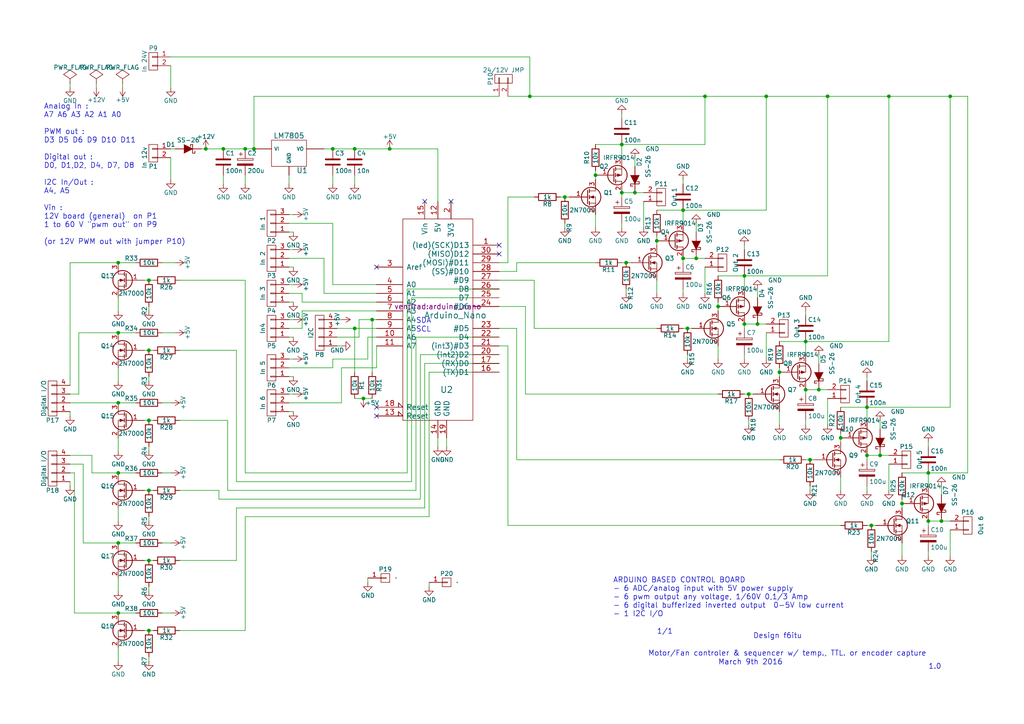
<source format=kicad_sch>
(kicad_sch (version 20230121) (generator eeschema)
  (paper "A4")
  (junction (at 255.27 132.08))
  (junction (at 184.15 55.88))
  (junction (at 43.18 142.24))
  (junction (at 163.83 57.15))
  (junction (at 198.12 60.96))
  (junction (at 204.47 27.94))
  (junction (at 237.49 113.03))
  (junction (at 105.41 115.57))
  (junction (at 215.9 80.01))
  (junction (at 190.5 69.85))
  (junction (at 71.12 43.18))
  (junction (at 217.17 114.3))
  (junction (at 34.29 96.52))
  (junction (at 34.29 116.84))
  (junction (at 252.73 152.4))
  (junction (at 233.68 99.06))
  (junction (at 96.52 43.18))
  (junction (at 34.29 76.2))
  (junction (at 34.29 177.8))
  (junction (at 181.61 76.2))
  (junction (at 240.03 27.94))
  (junction (at 153.67 27.94))
  (junction (at 198.12 74.93))
  (junction (at 275.59 27.94))
  (junction (at 113.03 43.18))
  (junction (at 34.29 157.48))
  (junction (at 172.72 50.8))
  (junction (at 102.87 95.25))
  (junction (at 43.18 101.6))
  (junction (at 251.46 132.08))
  (junction (at 222.25 27.94))
  (junction (at 201.93 74.93))
  (junction (at 43.18 182.88))
  (junction (at 269.24 137.16))
  (junction (at 261.62 146.05))
  (junction (at 219.71 93.98))
  (junction (at 208.28 88.9))
  (junction (at 273.05 151.13))
  (junction (at 180.34 55.88))
  (junction (at 257.81 27.94))
  (junction (at 43.18 162.56))
  (junction (at 107.95 92.71))
  (junction (at 234.95 133.35))
  (junction (at 269.24 151.13))
  (junction (at 64.77 43.18))
  (junction (at 215.9 93.98))
  (junction (at 233.68 113.03))
  (junction (at 34.29 137.16))
  (junction (at 43.18 121.92))
  (junction (at 43.18 81.28))
  (junction (at 199.39 95.25))
  (junction (at 243.84 127))
  (junction (at 251.46 118.11))
  (junction (at 73.66 43.18))
  (junction (at 226.06 107.95))
  (junction (at 102.87 43.18))
  (junction (at 59.69 43.18))
  (junction (at 180.34 41.91))
  (no_connect (at 109.22 77.47))
  (no_connect (at 123.19 58.42))
  (no_connect (at 144.78 73.66))
  (no_connect (at 109.22 120.65))
  (no_connect (at 130.81 58.42))
  (no_connect (at 109.22 118.11))
  (no_connect (at 144.78 71.12))
  (wire (pts (xy 68.58 101.6) (xy 68.58 139.7)))
  (wire (pts (xy 149.86 76.2) (xy 172.72 76.2)))
  (wire (pts (xy 147.32 76.2) (xy 147.32 57.15)))
  (wire (pts (xy 68.58 147.32) (xy 68.58 162.56)))
  (wire (pts (xy 64.77 43.18) (xy 59.69 43.18)))
  (wire (pts (xy 222.25 27.94) (xy 240.03 27.94)))
  (wire (pts (xy 208.28 88.9) (xy 208.28 90.17)))
  (wire (pts (xy 97.79 95.25) (xy 102.87 95.25)))
  (wire (pts (xy 21.59 177.8) (xy 34.29 177.8)))
  (wire (pts (xy 226.06 106.68) (xy 226.06 107.95)))
  (wire (pts (xy 83.82 67.31) (xy 85.09 67.31)))
  (wire (pts (xy 261.62 157.48) (xy 261.62 161.29)))
  (wire (pts (xy 34.29 86.36) (xy 34.29 90.17)))
  (wire (pts (xy 20.32 139.7) (xy 20.32 140.97)))
  (wire (pts (xy 273.05 151.13) (xy 275.59 151.13)))
  (wire (pts (xy 43.18 109.22) (xy 43.18 110.49)))
  (wire (pts (xy 269.24 137.16) (xy 269.24 140.97)))
  (wire (pts (xy 201.93 64.77) (xy 201.93 67.31)))
  (wire (pts (xy 261.62 144.78) (xy 261.62 146.05)))
  (wire (pts (xy 22.86 114.3) (xy 20.32 114.3)))
  (wire (pts (xy 43.18 182.88) (xy 41.91 182.88)))
  (wire (pts (xy 44.45 81.28) (xy 43.18 81.28)))
  (wire (pts (xy 275.59 27.94) (xy 275.59 118.11)))
  (wire (pts (xy 215.9 114.3) (xy 217.17 114.3)))
  (wire (pts (xy 83.82 87.63) (xy 85.09 87.63)))
  (wire (pts (xy 99.06 100.33) (xy 97.79 100.33)))
  (wire (pts (xy 34.29 137.16) (xy 39.37 137.16)))
  (wire (pts (xy 20.32 134.62) (xy 24.13 134.62)))
  (wire (pts (xy 59.69 43.18) (xy 58.42 43.18)))
  (wire (pts (xy 83.82 50.8) (xy 83.82 53.34)))
  (wire (pts (xy 152.4 88.9) (xy 152.4 114.3)))
  (wire (pts (xy 43.18 121.92) (xy 41.91 121.92)))
  (wire (pts (xy 22.86 96.52) (xy 22.86 114.3)))
  (wire (pts (xy 124.46 149.86) (xy 71.12 149.86)))
  (wire (pts (xy 93.98 74.93) (xy 93.98 85.09)))
  (wire (pts (xy 204.47 27.94) (xy 204.47 41.91)))
  (wire (pts (xy 144.78 100.33) (xy 147.32 100.33)))
  (wire (pts (xy 20.32 24.13) (xy 20.32 25.4)))
  (wire (pts (xy 204.47 77.47) (xy 204.47 85.09)))
  (wire (pts (xy 201.93 74.93) (xy 204.47 74.93)))
  (wire (pts (xy 163.83 57.15) (xy 165.1 57.15)))
  (wire (pts (xy 217.17 121.92) (xy 217.17 123.19)))
  (wire (pts (xy 49.53 157.48) (xy 46.99 157.48)))
  (wire (pts (xy 251.46 118.11) (xy 243.84 118.11)))
  (wire (pts (xy 107.95 92.71) (xy 104.14 92.71)))
  (wire (pts (xy 181.61 83.82) (xy 181.61 85.09)))
  (wire (pts (xy 26.67 132.08) (xy 26.67 137.16)))
  (wire (pts (xy 34.29 177.8) (xy 39.37 177.8)))
  (wire (pts (xy 240.03 27.94) (xy 257.81 27.94)))
  (wire (pts (xy 198.12 60.96) (xy 198.12 64.77)))
  (wire (pts (xy 104.14 92.71) (xy 104.14 97.79)))
  (wire (pts (xy 124.46 168.91) (xy 124.46 170.18)))
  (wire (pts (xy 43.18 129.54) (xy 43.18 130.81)))
  (wire (pts (xy 106.68 104.14) (xy 96.52 104.14)))
  (wire (pts (xy 269.24 151.13) (xy 269.24 152.4)))
  (wire (pts (xy 83.82 119.38) (xy 85.09 119.38)))
  (wire (pts (xy 251.46 132.08) (xy 255.27 132.08)))
  (wire (pts (xy 71.12 43.18) (xy 64.77 43.18)))
  (wire (pts (xy 52.07 101.6) (xy 68.58 101.6)))
  (wire (pts (xy 153.67 27.94) (xy 204.47 27.94)))
  (wire (pts (xy 20.32 111.76) (xy 20.32 76.2)))
  (wire (pts (xy 144.78 81.28) (xy 154.94 81.28)))
  (wire (pts (xy 49.53 177.8) (xy 46.99 177.8)))
  (wire (pts (xy 127 43.18) (xy 127 58.42)))
  (wire (pts (xy 49.53 45.72) (xy 49.53 52.07)))
  (wire (pts (xy 20.32 76.2) (xy 34.29 76.2)))
  (wire (pts (xy 184.15 45.72) (xy 184.15 48.26)))
  (wire (pts (xy 27.94 24.13) (xy 27.94 25.4)))
  (wire (pts (xy 43.18 149.86) (xy 43.18 151.13)))
  (wire (pts (xy 251.46 140.97) (xy 251.46 142.24)))
  (wire (pts (xy 105.41 115.57) (xy 107.95 115.57)))
  (wire (pts (xy 102.87 115.57) (xy 105.41 115.57)))
  (wire (pts (xy 147.32 57.15) (xy 154.94 57.15)))
  (wire (pts (xy 180.34 55.88) (xy 184.15 55.88)))
  (wire (pts (xy 219.71 93.98) (xy 222.25 93.98)))
  (wire (pts (xy 252.73 152.4) (xy 254 152.4)))
  (wire (pts (xy 180.34 55.88) (xy 180.34 57.15)))
  (wire (pts (xy 243.84 125.73) (xy 243.84 127)))
  (wire (pts (xy 109.22 106.68) (xy 109.22 100.33)))
  (wire (pts (xy 199.39 95.25) (xy 200.66 95.25)))
  (wire (pts (xy 124.46 107.95) (xy 124.46 149.86)))
  (wire (pts (xy 119.38 86.36) (xy 119.38 139.7)))
  (wire (pts (xy 73.66 43.18) (xy 71.12 43.18)))
  (wire (pts (xy 251.46 118.11) (xy 275.59 118.11)))
  (wire (pts (xy 154.94 81.28) (xy 154.94 95.25)))
  (wire (pts (xy 208.28 87.63) (xy 208.28 88.9)))
  (wire (pts (xy 20.32 137.16) (xy 21.59 137.16)))
  (wire (pts (xy 68.58 139.7) (xy 119.38 139.7)))
  (wire (pts (xy 43.18 81.28) (xy 41.91 81.28)))
  (wire (pts (xy 120.65 97.79) (xy 120.65 142.24)))
  (wire (pts (xy 83.82 109.22) (xy 85.09 109.22)))
  (wire (pts (xy 102.87 43.18) (xy 113.03 43.18)))
  (wire (pts (xy 93.98 43.18) (xy 96.52 43.18)))
  (wire (pts (xy 83.82 106.68) (xy 96.52 106.68)))
  (wire (pts (xy 129.54 127) (xy 129.54 129.54)))
  (wire (pts (xy 144.78 76.2) (xy 147.32 76.2)))
  (wire (pts (xy 215.9 71.12) (xy 215.9 72.39)))
  (wire (pts (xy 22.86 96.52) (xy 34.29 96.52)))
  (wire (pts (xy 66.04 142.24) (xy 120.65 142.24)))
  (wire (pts (xy 102.87 50.8) (xy 102.87 53.34)))
  (wire (pts (xy 154.94 95.25) (xy 190.5 95.25)))
  (wire (pts (xy 269.24 128.27) (xy 269.24 129.54)))
  (wire (pts (xy 280.67 137.16) (xy 269.24 137.16)))
  (wire (pts (xy 275.59 27.94) (xy 280.67 27.94)))
  (wire (pts (xy 85.09 104.14) (xy 83.82 104.14)))
  (wire (pts (xy 269.24 160.02) (xy 269.24 161.29)))
  (wire (pts (xy 34.29 157.48) (xy 39.37 157.48)))
  (wire (pts (xy 257.81 27.94) (xy 275.59 27.94)))
  (wire (pts (xy 99.06 116.84) (xy 83.82 116.84)))
  (wire (pts (xy 251.46 109.22) (xy 251.46 110.49)))
  (wire (pts (xy 149.86 133.35) (xy 226.06 133.35)))
  (wire (pts (xy 83.82 85.09) (xy 87.63 85.09)))
  (wire (pts (xy 181.61 76.2) (xy 182.88 76.2)))
  (wire (pts (xy 217.17 114.3) (xy 218.44 114.3)))
  (wire (pts (xy 198.12 74.93) (xy 198.12 76.2)))
  (wire (pts (xy 255.27 121.92) (xy 255.27 124.46)))
  (wire (pts (xy 251.46 118.11) (xy 251.46 121.92)))
  (wire (pts (xy 20.32 116.84) (xy 34.29 116.84)))
  (wire (pts (xy 147.32 152.4) (xy 243.84 152.4)))
  (wire (pts (xy 190.5 81.28) (xy 190.5 85.09)))
  (wire (pts (xy 83.82 64.77) (xy 96.52 64.77)))
  (wire (pts (xy 52.07 142.24) (xy 63.5 142.24)))
  (wire (pts (xy 34.29 147.32) (xy 34.29 151.13)))
  (wire (pts (xy 123.19 147.32) (xy 68.58 147.32)))
  (wire (pts (xy 251.46 132.08) (xy 251.46 133.35)))
  (wire (pts (xy 43.18 142.24) (xy 41.91 142.24)))
  (wire (pts (xy 257.81 134.62) (xy 257.81 142.24)))
  (wire (pts (xy 144.78 88.9) (xy 152.4 88.9)))
  (wire (pts (xy 102.87 107.95) (xy 102.87 95.25)))
  (wire (pts (xy 102.87 95.25) (xy 109.22 95.25)))
  (wire (pts (xy 240.03 27.94) (xy 240.03 80.01)))
  (wire (pts (xy 64.77 50.8) (xy 64.77 53.34)))
  (wire (pts (xy 43.18 101.6) (xy 41.91 101.6)))
  (wire (pts (xy 106.68 167.64) (xy 106.68 168.91)))
  (wire (pts (xy 226.06 107.95) (xy 226.06 109.22)))
  (wire (pts (xy 144.78 86.36) (xy 119.38 86.36)))
  (wire (pts (xy 198.12 60.96) (xy 190.5 60.96)))
  (wire (pts (xy 44.45 162.56) (xy 43.18 162.56)))
  (wire (pts (xy 149.86 95.25) (xy 149.86 133.35)))
  (wire (pts (xy 34.29 116.84) (xy 39.37 116.84)))
  (wire (pts (xy 233.68 99.06) (xy 226.06 99.06)))
  (wire (pts (xy 63.5 144.78) (xy 121.92 144.78)))
  (wire (pts (xy 106.68 97.79) (xy 109.22 97.79)))
  (wire (pts (xy 198.12 83.82) (xy 198.12 85.09)))
  (wire (pts (xy 222.25 96.52) (xy 222.25 104.14)))
  (wire (pts (xy 123.19 105.41) (xy 123.19 147.32)))
  (wire (pts (xy 222.25 27.94) (xy 222.25 60.96)))
  (wire (pts (xy 269.24 137.16) (xy 261.62 137.16)))
  (wire (pts (xy 219.71 83.82) (xy 219.71 86.36)))
  (wire (pts (xy 96.52 64.77) (xy 96.52 82.55)))
  (wire (pts (xy 107.95 107.95) (xy 107.95 92.71)))
  (wire (pts (xy 204.47 27.94) (xy 222.25 27.94)))
  (wire (pts (xy 226.06 119.38) (xy 226.06 123.19)))
  (wire (pts (xy 50.8 96.52) (xy 46.99 96.52)))
  (wire (pts (xy 144.78 105.41) (xy 123.19 105.41)))
  (wire (pts (xy 113.03 43.18) (xy 127 43.18)))
  (wire (pts (xy 275.59 153.67) (xy 275.59 161.29)))
  (wire (pts (xy 99.06 106.68) (xy 99.06 116.84)))
  (wire (pts (xy 44.45 121.92) (xy 43.18 121.92)))
  (wire (pts (xy 85.09 62.23) (xy 83.82 62.23)))
  (wire (pts (xy 49.53 137.16) (xy 46.99 137.16)))
  (wire (pts (xy 24.13 157.48) (xy 34.29 157.48)))
  (wire (pts (xy 184.15 55.88) (xy 186.69 55.88)))
  (wire (pts (xy 44.45 142.24) (xy 43.18 142.24)))
  (wire (pts (xy 215.9 102.87) (xy 215.9 104.14)))
  (wire (pts (xy 34.29 76.2) (xy 39.37 76.2)))
  (wire (pts (xy 85.09 72.39) (xy 83.82 72.39)))
  (wire (pts (xy 93.98 85.09) (xy 109.22 85.09)))
  (wire (pts (xy 208.28 100.33) (xy 208.28 104.14)))
  (wire (pts (xy 243.84 127) (xy 243.84 128.27)))
  (wire (pts (xy 50.8 76.2) (xy 46.99 76.2)))
  (wire (pts (xy 71.12 50.8) (xy 71.12 53.34)))
  (wire (pts (xy 43.18 88.9) (xy 43.18 90.17)))
  (wire (pts (xy 96.52 43.18) (xy 102.87 43.18)))
  (wire (pts (xy 68.58 162.56) (xy 52.07 162.56)))
  (wire (pts (xy 127 127) (xy 127 129.54)))
  (wire (pts (xy 180.34 76.2) (xy 181.61 76.2)))
  (wire (pts (xy 66.04 121.92) (xy 66.04 142.24)))
  (wire (pts (xy 99.06 92.71) (xy 97.79 92.71)))
  (wire (pts (xy 215.9 80.01) (xy 240.03 80.01)))
  (wire (pts (xy 109.22 92.71) (xy 107.95 92.71)))
  (wire (pts (xy 43.18 162.56) (xy 41.91 162.56)))
  (wire (pts (xy 273.05 140.97) (xy 273.05 143.51)))
  (wire (pts (xy 83.82 97.79) (xy 85.09 97.79)))
  (wire (pts (xy 99.06 106.68) (xy 109.22 106.68)))
  (wire (pts (xy 52.07 121.92) (xy 66.04 121.92)))
  (wire (pts (xy 180.34 41.91) (xy 172.72 41.91)))
  (wire (pts (xy 34.29 106.68) (xy 34.29 110.49)))
  (wire (pts (xy 87.63 95.25) (xy 83.82 95.25)))
  (wire (pts (xy 144.78 97.79) (xy 120.65 97.79)))
  (wire (pts (xy 215.9 80.01) (xy 215.9 83.82)))
  (wire (pts (xy 35.56 24.13) (xy 35.56 25.4)))
  (wire (pts (xy 261.62 146.05) (xy 261.62 147.32)))
  (wire (pts (xy 252.73 160.02) (xy 252.73 161.29)))
  (wire (pts (xy 198.12 95.25) (xy 199.39 95.25)))
  (wire (pts (xy 237.49 113.03) (xy 240.03 113.03)))
  (wire (pts (xy 153.67 16.51) (xy 153.67 27.94)))
  (wire (pts (xy 163.83 64.77) (xy 163.83 66.04)))
  (wire (pts (xy 71.12 149.86) (xy 71.12 182.88)))
  (wire (pts (xy 180.34 41.91) (xy 180.34 45.72)))
  (wire (pts (xy 71.12 182.88) (xy 52.07 182.88)))
  (wire (pts (xy 87.63 90.17) (xy 87.63 95.25)))
  (wire (pts (xy 144.78 27.94) (xy 73.66 27.94)))
  (wire (pts (xy 49.53 16.51) (xy 153.67 16.51)))
  (wire (pts (xy 215.9 93.98) (xy 219.71 93.98)))
  (wire (pts (xy 85.09 92.71) (xy 83.82 92.71)))
  (wire (pts (xy 87.63 85.09) (xy 87.63 87.63)))
  (wire (pts (xy 190.5 69.85) (xy 190.5 71.12)))
  (wire (pts (xy 144.78 78.74) (xy 149.86 78.74)))
  (wire (pts (xy 204.47 41.91) (xy 180.34 41.91)))
  (wire (pts (xy 215.9 93.98) (xy 215.9 95.25)))
  (wire (pts (xy 49.53 19.05) (xy 49.53 25.4)))
  (wire (pts (xy 280.67 27.94) (xy 280.67 137.16)))
  (wire (pts (xy 198.12 52.07) (xy 198.12 53.34)))
  (wire (pts (xy 73.66 27.94) (xy 73.66 43.18)))
  (wire (pts (xy 199.39 102.87) (xy 199.39 104.14)))
  (wire (pts (xy 106.68 104.14) (xy 106.68 97.79)))
  (wire (pts (xy 118.11 137.16) (xy 71.12 137.16)))
  (wire (pts (xy 180.34 64.77) (xy 180.34 66.04)))
  (wire (pts (xy 118.11 83.82) (xy 144.78 83.82)))
  (wire (pts (xy 257.81 27.94) (xy 257.81 99.06)))
  (wire (pts (xy 43.18 170.18) (xy 43.18 171.45)))
  (wire (pts (xy 149.86 95.25) (xy 144.78 95.25)))
  (wire (pts (xy 172.72 62.23) (xy 172.72 66.04)))
  (wire (pts (xy 96.52 50.8) (xy 96.52 53.34)))
  (wire (pts (xy 44.45 101.6) (xy 43.18 101.6)))
  (wire (pts (xy 190.5 68.58) (xy 190.5 69.85)))
  (wire (pts (xy 237.49 102.87) (xy 237.49 105.41)))
  (wire (pts (xy 121.92 102.87) (xy 121.92 144.78)))
  (wire (pts (xy 162.56 57.15) (xy 163.83 57.15)))
  (wire (pts (xy 233.68 90.17) (xy 233.68 91.44)))
  (wire (pts (xy 43.18 190.5) (xy 43.18 191.77)))
  (wire (pts (xy 234.95 133.35) (xy 236.22 133.35)))
  (wire (pts (xy 118.11 83.82) (xy 118.11 137.16)))
  (wire (pts (xy 34.29 167.64) (xy 34.29 171.45)))
  (wire (pts (xy 20.32 119.38) (xy 20.32 120.65)))
  (wire (pts (xy 152.4 114.3) (xy 208.28 114.3)))
  (wire (pts (xy 144.78 107.95) (xy 124.46 107.95)))
  (wire (pts (xy 71.12 137.16) (xy 71.12 81.28)))
  (wire (pts (xy 83.82 77.47) (xy 85.09 77.47)))
  (wire (pts (xy 34.29 187.96) (xy 34.29 191.77)))
  (wire (pts (xy 269.24 151.13) (xy 273.05 151.13)))
  (wire (pts (xy 215.9 80.01) (xy 208.28 80.01)))
  (wire (pts (xy 147.32 100.33) (xy 147.32 152.4)))
  (wire (pts (xy 243.84 138.43) (xy 243.84 142.24)))
  (wire (pts (xy 96.52 82.55) (xy 109.22 82.55)))
  (wire (pts (xy 144.78 102.87) (xy 121.92 102.87)))
  (wire (pts (xy 71.12 81.28) (xy 52.07 81.28)))
  (wire (pts (xy 147.32 27.94) (xy 153.67 27.94)))
  (wire (pts (xy 240.03 115.57) (xy 240.03 123.19)))
  (wire (pts (xy 87.63 90.17) (xy 109.22 90.17)))
  (wire (pts (xy 149.86 78.74) (xy 149.86 76.2)))
  (wire (pts (xy 49.53 116.84) (xy 46.99 116.84)))
  (wire (pts (xy 233.68 99.06) (xy 257.81 99.06)))
  (wire (pts (xy 198.12 60.96) (xy 222.25 60.96)))
  (wire (pts (xy 233.68 133.35) (xy 234.95 133.35)))
  (wire (pts (xy 50.8 43.18) (xy 49.53 43.18)))
  (wire (pts (xy 20.32 132.08) (xy 26.67 132.08)))
  (wire (pts (xy 63.5 142.24) (xy 63.5 144.78)))
  (wire (pts (xy 180.34 33.02) (xy 180.34 34.29)))
  (wire (pts (xy 172.72 49.53) (xy 172.72 50.8)))
  (wire (pts (xy 24.13 134.62) (xy 24.13 157.48)))
  (wire (pts (xy 96.52 104.14) (xy 96.52 106.68)))
  (wire (pts (xy 26.67 137.16) (xy 34.29 137.16)))
  (wire (pts (xy 186.69 58.42) (xy 186.69 66.04)))
  (wire (pts (xy 234.95 140.97) (xy 234.95 142.24)))
  (wire (pts (xy 97.79 97.79) (xy 104.14 97.79)))
  (wire (pts (xy 233.68 99.06) (xy 233.68 102.87)))
  (wire (pts (xy 83.82 74.93) (xy 93.98 74.93)))
  (wire (pts (xy 233.68 121.92) (xy 233.68 123.19)))
  (wire (pts (xy 233.68 113.03) (xy 237.49 113.03)))
  (wire (pts (xy 172.72 50.8) (xy 172.72 52.07)))
  (wire (pts (xy 21.59 137.16) (xy 21.59 177.8)))
  (wire (pts (xy 85.09 82.55) (xy 83.82 82.55)))
  (wire (pts (xy 255.27 132.08) (xy 257.81 132.08)))
  (wire (pts (xy 251.46 152.4) (xy 252.73 152.4)))
  (wire (pts (xy 34.29 96.52) (xy 39.37 96.52)))
  (wire (pts (xy 85.09 114.3) (xy 83.82 114.3)))
  (wire (pts (xy 44.45 182.88) (xy 43.18 182.88)))
  (wire (pts (xy 198.12 74.93) (xy 201.93 74.93)))
  (wire (pts (xy 34.29 127) (xy 34.29 130.81)))
  (wire (pts (xy 87.63 87.63) (xy 109.22 87.63)))
  (wire (pts (xy 233.68 113.03) (xy 233.68 114.3)))
  (text "SCL" (at 120.65 96.52 0) (effects (font (size 1.524 1.524)) (justify left bottom)))
  (text "1/1\n" (at 190.5 184.15 0) (effects (font (size 1.524 1.524)) (justify left bottom)))
  (text "ARDUINO BASED CONTROL BOARD\n- 6 ADC/analog input with 5V power supply\n- 6 pwm output any voltage, 1/60V 0,1/3 Amp\n- 6 digital bufferized inverted output  0-5V low current\n- 1 I2C I/O\n" (at 177.8 179.07 0) (effects (font (size 1.524 1.524)) (justify left bottom)))
  (text "SDA\n" (at 120.65 93.98 0) (effects (font (size 1.524 1.524)) (justify left bottom)))
  (text "Motor/Fan controler & sequencer w/ temp., TTL. or encoder capture" (at 187.96 190.5 0) (effects (font (size 1.524 1.524)) (justify left bottom)))
  (text "1.0" (at 269.24 194.31 0) (effects (font (size 1.524 1.524)) (justify left bottom)))
  (text "Design f6itu" (at 218.44 185.42 0) (effects (font (size 1.524 1.524)) (justify left bottom)))
  (text "Analog In : \nA7 A6 A3 A2 A1 A0\n\nPWM out : \nD3 D5 D6 D9 D10 D11\n\nDigital out :\nD0, D1,D2, D4, D7, D8\n\nI2C In/Out : \nA4, A5\n\nVin : \n12V board (general)  on P1\n1 to 60 V \"pwm out\" on P9\n\n(or 12V PWM out with jumper P10)\n" (at 12.7 71.12 0) (effects (font (size 1.524 1.524)) (justify left bottom)))
  (text "March 9th 2016" (at 208.28 193.04 0) (effects (font (size 1.524 1.524)) (justify left bottom)))
  (symbol (lib_id "ventirad-rescue:GND") (at 20.32 25.4 0) (unit 1)
    (property "Reference" "#PWR01" (effects hide))
    (property "Value" "GND" (at 20.32 29.21 0))
  )
  (symbol (lib_id "ventirad-rescue:+12V") (at 27.94 25.4 180) (unit 1)
    (property "Reference" "#PWR02" (effects hide))
    (property "Value" "+12V" (at 27.94 28.956 0))
  )
  (symbol (lib_id "ventirad-rescue:PWR_FLAG") (at 20.32 24.13 0) (unit 1)
    (property "Reference" "#FLG03" (effects hide))
    (property "Value" "PWR_FLAG" (at 20.32 19.558 0))
  )
  (symbol (lib_id "ventirad-rescue:PWR_FLAG") (at 27.94 24.13 0) (unit 1)
    (property "Reference" "#FLG04" (effects hide))
    (property "Value" "PWR_FLAG" (at 27.94 19.558 0))
  )
  (symbol (lib_id "ventirad-rescue:CONN_01X04") (at 92.71 96.52 180) (unit 1)
    (property "Reference" "P8" (at 92.71 102.87 0))
    (property "Value" "I2C" (at 90.17 96.52 90))
    (property "Footprint" "kk:Molex_KK_6410-04" (effects hide))
  )
  (symbol (lib_id "ventirad-rescue:GND") (at 127 129.54 0) (unit 1)
    (property "Reference" "#PWR05" (effects hide))
    (property "Value" "GND" (at 127 133.35 0))
  )
  (symbol (lib_id "ventirad-rescue:GND") (at 129.54 129.54 0) (unit 1)
    (property "Reference" "#PWR06" (effects hide))
    (property "Value" "GND" (at 129.54 133.35 0))
  )
  (symbol (lib_id "ventirad-rescue:GND") (at 99.06 100.33 90) (unit 1)
    (property "Reference" "#PWR07" (effects hide))
    (property "Value" "GND" (at 97.79 101.6 90))
  )
  (symbol (lib_id "ventirad-rescue:LM7805-RESCUE-ventirad") (at 83.82 44.45 0) (unit 1)
    (property "Reference" "U1" (at 87.63 49.4284 0) (effects (font (size 1.524 1.524))))
    (property "Value" "LM7805" (at 83.82 39.37 0) (effects (font (size 1.524 1.524))))
    (property "Footprint" "TO_SOT_Packages_SMD:TO-252-2Lead" (effects hide))
  )
  (symbol (lib_id "ventirad-rescue:CP") (at 71.12 46.99 0) (unit 1)
    (property "Reference" "C2" (at 71.755 44.45 0) (effects (justify left)))
    (property "Value" "200u" (at 71.755 49.53 0) (effects (justify left)))
    (property "Footprint" "cap_pol:c_elec_6.3x7.7" (effects hide))
  )
  (symbol (lib_id "ventirad-rescue:C") (at 64.77 46.99 0) (unit 1)
    (property "Reference" "C1" (at 65.405 44.45 0) (effects (justify left)))
    (property "Value" "100n" (at 65.405 49.53 0) (effects (justify left)))
    (property "Footprint" "Capacitors_SMD:C_1206_HandSoldering" (effects hide))
  )
  (symbol (lib_id "ventirad-rescue:C") (at 96.52 46.99 0) (unit 1)
    (property "Reference" "C3" (at 97.155 44.45 0) (effects (justify left)))
    (property "Value" "100n" (at 97.155 49.53 0) (effects (justify left)))
    (property "Footprint" "Capacitors_SMD:C_1206_HandSoldering" (effects hide))
  )
  (symbol (lib_id "ventirad-rescue:C") (at 102.87 46.99 0) (unit 1)
    (property "Reference" "C4" (at 103.505 44.45 0) (effects (justify left)))
    (property "Value" "10n" (at 103.505 49.53 0) (effects (justify left)))
    (property "Footprint" "Capacitors_SMD:C_0805_HandSoldering" (effects hide))
  )
  (symbol (lib_id "ventirad-rescue:+12V") (at 59.69 43.18 0) (unit 1)
    (property "Reference" "#PWR08" (effects hide))
    (property "Value" "+12V" (at 59.69 39.624 0))
  )
  (symbol (lib_id "ventirad-rescue:GND") (at 83.82 53.34 0) (unit 1)
    (property "Reference" "#PWR09" (effects hide))
    (property "Value" "GND" (at 83.82 57.15 0))
  )
  (symbol (lib_id "ventirad-rescue:GND") (at 64.77 53.34 0) (unit 1)
    (property "Reference" "#PWR010" (effects hide))
    (property "Value" "GND" (at 64.77 57.15 0))
  )
  (symbol (lib_id "ventirad-rescue:GND") (at 71.12 53.34 0) (unit 1)
    (property "Reference" "#PWR011" (effects hide))
    (property "Value" "GND" (at 71.12 57.15 0))
  )
  (symbol (lib_id "ventirad-rescue:GND") (at 96.52 53.34 0) (unit 1)
    (property "Reference" "#PWR012" (effects hide))
    (property "Value" "GND" (at 96.52 57.15 0))
  )
  (symbol (lib_id "ventirad-rescue:GND") (at 102.87 53.34 0) (unit 1)
    (property "Reference" "#PWR013" (effects hide))
    (property "Value" "GND" (at 102.87 57.15 0))
  )
  (symbol (lib_id "ventirad-rescue:D_Schottky") (at 54.61 43.18 180) (unit 1)
    (property "Reference" "D1" (at 49.53 41.91 0))
    (property "Value" "SS-26" (at 54.61 40.64 0))
    (property "Footprint" "Diodes_SMD:SMA_Handsoldering" (effects hide))
  )
  (symbol (lib_id "ventirad-rescue:CONN_01X02") (at 44.45 44.45 0) (mirror y) (unit 1)
    (property "Reference" "P1" (at 44.45 48.26 0))
    (property "Value" "In 12v" (at 41.91 45.72 90))
    (property "Footprint" "kk:Molex_KK_6410-02" (effects hide))
  )
  (symbol (lib_id "ventirad-rescue:GND") (at 49.53 52.07 0) (unit 1)
    (property "Reference" "#PWR014" (effects hide))
    (property "Value" "GND" (at 49.53 55.88 0))
  )
  (symbol (lib_id "ventirad-rescue:CONN_01X02") (at 280.67 152.4 0) (mirror x) (unit 1)
    (property "Reference" "P16" (at 280.67 148.59 0))
    (property "Value" "Out 6" (at 284.48 152.4 90))
    (property "Footprint" "kk:Molex_KK_6410-02" (effects hide))
  )
  (symbol (lib_id "ventirad-rescue:CONN_01X02") (at 191.77 57.15 0) (mirror x) (unit 1)
    (property "Reference" "P11" (at 191.77 53.34 0))
    (property "Value" "Out 1" (at 195.58 57.15 90))
    (property "Footprint" "kk:Molex_KK_6410-02" (effects hide))
  )
  (symbol (lib_id "ventirad-rescue:CONN_01X02") (at 209.55 76.2 0) (mirror x) (unit 1)
    (property "Reference" "P12" (at 209.55 72.39 0))
    (property "Value" "Out 2" (at 213.36 76.2 90))
    (property "Footprint" "kk:Molex_KK_6410-02" (effects hide))
  )
  (symbol (lib_id "ventirad-rescue:CONN_01X02") (at 227.33 95.25 0) (mirror x) (unit 1)
    (property "Reference" "P13" (at 227.33 91.44 0))
    (property "Value" "Out 3" (at 231.14 95.25 90))
    (property "Footprint" "kk:Molex_KK_6410-02" (effects hide))
  )
  (symbol (lib_id "ventirad-rescue:CONN_01X02") (at 245.11 114.3 0) (mirror x) (unit 1)
    (property "Reference" "P14" (at 245.11 110.49 0))
    (property "Value" "Out 4" (at 248.92 114.3 90))
    (property "Footprint" "kk:Molex_KK_6410-02" (effects hide))
  )
  (symbol (lib_id "ventirad-rescue:CONN_01X02") (at 262.89 133.35 0) (mirror x) (unit 1)
    (property "Reference" "P15" (at 262.89 129.54 0))
    (property "Value" "Out 5" (at 266.7 133.35 90))
    (property "Footprint" "kk:Molex_KK_6410-02" (effects hide))
  )
  (symbol (lib_id "ventirad-rescue:CONN_01X03") (at 78.74 85.09 180) (unit 1)
    (property "Reference" "P4" (at 78.74 90.17 0))
    (property "Value" "In 3" (at 76.2 85.09 90))
    (property "Footprint" "kk:Molex_KK_6410-03" (effects hide))
  )
  (symbol (lib_id "ventirad-rescue:CONN_01X03") (at 78.74 95.25 180) (unit 1)
    (property "Reference" "P5" (at 78.74 100.33 0))
    (property "Value" "In4" (at 76.2 95.25 90))
    (property "Footprint" "kk:Molex_KK_6410-03" (effects hide))
  )
  (symbol (lib_id "ventirad-rescue:CONN_01X03") (at 78.74 106.68 180) (unit 1)
    (property "Reference" "P6" (at 78.74 111.76 0))
    (property "Value" "In 5" (at 76.2 106.68 90))
    (property "Footprint" "kk:Molex_KK_6410-03" (effects hide))
  )
  (symbol (lib_id "ventirad-rescue:CONN_01X03") (at 78.74 116.84 180) (unit 1)
    (property "Reference" "P7" (at 78.74 121.92 0))
    (property "Value" "In 6" (at 76.2 116.84 90))
    (property "Footprint" "kk:Molex_KK_6410-03" (effects hide))
  )
  (symbol (lib_id "ventirad-rescue:CONN_01X03") (at 78.74 74.93 180) (unit 1)
    (property "Reference" "P3" (at 78.74 80.01 0))
    (property "Value" "In 2" (at 76.2 74.93 90))
    (property "Footprint" "kk:Molex_KK_6410-03" (effects hide))
  )
  (symbol (lib_id "ventirad-rescue:GND") (at 85.09 87.63 0) (unit 1)
    (property "Reference" "#PWR015" (effects hide))
    (property "Value" "GND" (at 85.09 91.44 0))
  )
  (symbol (lib_id "ventirad-rescue:GND") (at 85.09 77.47 0) (unit 1)
    (property "Reference" "#PWR016" (effects hide))
    (property "Value" "GND" (at 85.09 81.28 0))
  )
  (symbol (lib_id "ventirad-rescue:GND") (at 85.09 97.79 0) (unit 1)
    (property "Reference" "#PWR017" (effects hide))
    (property "Value" "GND" (at 85.09 101.6 0))
  )
  (symbol (lib_id "ventirad-rescue:GND") (at 85.09 109.22 0) (unit 1)
    (property "Reference" "#PWR018" (effects hide))
    (property "Value" "GND" (at 85.09 113.03 0))
  )
  (symbol (lib_id "ventirad-rescue:GND") (at 85.09 119.38 0) (unit 1)
    (property "Reference" "#PWR019" (effects hide))
    (property "Value" "GND" (at 85.09 123.19 0))
  )
  (symbol (lib_id "ventirad-rescue:CONN_01X03") (at 78.74 64.77 180) (unit 1)
    (property "Reference" "P2" (at 78.74 69.85 0))
    (property "Value" "In 1" (at 76.2 64.77 90))
    (property "Footprint" "kk:Molex_KK_6410-03" (effects hide))
  )
  (symbol (lib_id "ventirad-rescue:GND") (at 85.09 67.31 0) (unit 1)
    (property "Reference" "#PWR020" (effects hide))
    (property "Value" "GND" (at 85.09 71.12 0))
  )
  (symbol (lib_id "ventirad-rescue:Q_PMOS_GDS") (at 231.14 107.95 0) (mirror x) (unit 1)
    (property "Reference" "Q8" (at 229.87 105.41 0) (effects (justify right)))
    (property "Value" "IRFR9014" (at 237.49 102.87 0) (effects (justify right)))
    (property "Footprint" "TO_SOT_Packages_SMD:TO-252-2Lead" (effects hide))
  )
  (symbol (lib_id "ventirad-rescue:R") (at 217.17 118.11 0) (unit 1)
    (property "Reference" "R18" (at 218.44 123.19 90))
    (property "Value" "10k" (at 217.17 118.11 90))
    (property "Footprint" "Resistors_SMD:R_0603_HandSoldering" (effects hide))
  )
  (symbol (lib_id "ventirad-rescue:R") (at 212.09 114.3 270) (unit 1)
    (property "Reference" "R17" (at 212.09 116.332 90))
    (property "Value" "1k" (at 212.09 114.3 90))
    (property "Footprint" "Resistors_SMD:R_0805_HandSoldering" (effects hide))
  )
  (symbol (lib_id "ventirad-rescue:R") (at 226.06 102.87 0) (unit 1)
    (property "Reference" "R19" (at 223.52 102.87 90))
    (property "Value" "10k" (at 226.06 102.87 90))
    (property "Footprint" "Resistors_SMD:R_0603_HandSoldering" (effects hide))
  )
  (symbol (lib_id "ventirad-rescue:CP") (at 233.68 118.11 0) (unit 1)
    (property "Reference" "C8" (at 234.315 115.57 0) (effects (justify left)))
    (property "Value" "100u" (at 234.315 120.65 0) (effects (justify left)))
    (property "Footprint" "cap_pol:c_elec_6.3x7.7" (effects hide))
  )
  (symbol (lib_id "ventirad-rescue:GND") (at 217.17 123.19 0) (unit 1)
    (property "Reference" "#PWR021" (effects hide))
    (property "Value" "GND" (at 217.17 127 0))
  )
  (symbol (lib_id "ventirad-rescue:GND") (at 226.06 123.19 0) (unit 1)
    (property "Reference" "#PWR022" (effects hide))
    (property "Value" "GND" (at 226.06 127 0))
  )
  (symbol (lib_id "ventirad-rescue:GND") (at 233.68 123.19 0) (unit 1)
    (property "Reference" "#PWR023" (effects hide))
    (property "Value" "GND" (at 233.68 127 0))
  )
  (symbol (lib_id "ventirad-rescue:GND") (at 240.03 123.19 0) (unit 1)
    (property "Reference" "#PWR024" (effects hide))
    (property "Value" "GND" (at 240.03 127 0))
  )
  (symbol (lib_id "ventirad-rescue:D_Schottky") (at 237.49 109.22 90) (unit 1)
    (property "Reference" "D5" (at 238.76 104.14 0))
    (property "Value" "SS-26" (at 241.3 105.41 0))
    (property "Footprint" "Diodes_SMD:SMA_Handsoldering" (effects hide))
  )
  (symbol (lib_id "ventirad-rescue:GND") (at 237.49 102.87 180) (unit 1)
    (property "Reference" "#PWR025" (effects hide))
    (property "Value" "GND" (at 242.57 100.33 0))
  )
  (symbol (lib_id "ventirad-rescue:Q_PMOS_GDS") (at 266.7 146.05 0) (mirror x) (unit 1)
    (property "Reference" "Q12" (at 265.43 143.51 0) (effects (justify right)))
    (property "Value" "IRFR9014" (at 273.05 140.97 0) (effects (justify right)))
    (property "Footprint" "TO_SOT_Packages_SMD:TO-252-2Lead" (effects hide))
  )
  (symbol (lib_id "ventirad-rescue:R") (at 252.73 156.21 0) (unit 1)
    (property "Reference" "R24" (at 254 161.29 90))
    (property "Value" "10k" (at 252.73 156.21 90))
    (property "Footprint" "Resistors_SMD:R_0603_HandSoldering" (effects hide))
  )
  (symbol (lib_id "ventirad-rescue:R") (at 247.65 152.4 270) (unit 1)
    (property "Reference" "R23" (at 247.65 154.432 90))
    (property "Value" "1k" (at 247.65 152.4 90))
    (property "Footprint" "Resistors_SMD:R_0805_HandSoldering" (effects hide))
  )
  (symbol (lib_id "ventirad-rescue:R") (at 261.62 140.97 0) (unit 1)
    (property "Reference" "R25" (at 259.08 140.97 90))
    (property "Value" "10k" (at 261.62 140.97 90))
    (property "Footprint" "Resistors_SMD:R_0603_HandSoldering" (effects hide))
  )
  (symbol (lib_id "ventirad-rescue:CP") (at 269.24 156.21 0) (unit 1)
    (property "Reference" "C10" (at 269.875 153.67 0) (effects (justify left)))
    (property "Value" "100u" (at 269.875 158.75 0) (effects (justify left)))
    (property "Footprint" "cap_pol:c_elec_6.3x7.7" (effects hide))
  )
  (symbol (lib_id "ventirad-rescue:GND") (at 252.73 161.29 0) (unit 1)
    (property "Reference" "#PWR026" (effects hide))
    (property "Value" "GND" (at 252.73 165.1 0))
  )
  (symbol (lib_id "ventirad-rescue:GND") (at 261.62 161.29 0) (unit 1)
    (property "Reference" "#PWR027" (effects hide))
    (property "Value" "GND" (at 261.62 165.1 0))
  )
  (symbol (lib_id "ventirad-rescue:GND") (at 269.24 161.29 0) (unit 1)
    (property "Reference" "#PWR028" (effects hide))
    (property "Value" "GND" (at 269.24 165.1 0))
  )
  (symbol (lib_id "ventirad-rescue:GND") (at 275.59 161.29 0) (unit 1)
    (property "Reference" "#PWR029" (effects hide))
    (property "Value" "GND" (at 275.59 165.1 0))
  )
  (symbol (lib_id "ventirad-rescue:D_Schottky") (at 273.05 147.32 90) (unit 1)
    (property "Reference" "D7" (at 274.32 142.24 0))
    (property "Value" "SS-26" (at 276.86 143.51 0))
    (property "Footprint" "Diodes_SMD:SMA_Handsoldering" (effects hide))
  )
  (symbol (lib_id "ventirad-rescue:GND") (at 273.05 140.97 180) (unit 1)
    (property "Reference" "#PWR030" (effects hide))
    (property "Value" "GND" (at 278.13 138.43 0))
  )
  (symbol (lib_id "ventirad-rescue:Q_PMOS_GDS") (at 248.92 127 0) (mirror x) (unit 1)
    (property "Reference" "Q10" (at 247.65 124.46 0) (effects (justify right)))
    (property "Value" "IRFR9014" (at 255.27 121.92 0) (effects (justify right)))
    (property "Footprint" "TO_SOT_Packages_SMD:TO-252-2Lead" (effects hide))
  )
  (symbol (lib_id "ventirad-rescue:R") (at 234.95 137.16 0) (unit 1)
    (property "Reference" "R21" (at 236.22 142.24 90))
    (property "Value" "10k" (at 234.95 137.16 90))
    (property "Footprint" "Resistors_SMD:R_0603_HandSoldering" (effects hide))
  )
  (symbol (lib_id "ventirad-rescue:R") (at 229.87 133.35 270) (unit 1)
    (property "Reference" "R20" (at 229.87 135.382 90))
    (property "Value" "1k" (at 229.87 133.35 90))
    (property "Footprint" "Resistors_SMD:R_0805_HandSoldering" (effects hide))
  )
  (symbol (lib_id "ventirad-rescue:R") (at 243.84 121.92 0) (unit 1)
    (property "Reference" "R22" (at 241.3 121.92 90))
    (property "Value" "10k" (at 243.84 121.92 90))
    (property "Footprint" "Resistors_SMD:R_0603_HandSoldering" (effects hide))
  )
  (symbol (lib_id "ventirad-rescue:CP") (at 251.46 137.16 0) (unit 1)
    (property "Reference" "C9" (at 252.095 134.62 0) (effects (justify left)))
    (property "Value" "100u" (at 252.095 139.7 0) (effects (justify left)))
    (property "Footprint" "cap_pol:c_elec_6.3x7.7" (effects hide))
  )
  (symbol (lib_id "ventirad-rescue:GND") (at 234.95 142.24 0) (unit 1)
    (property "Reference" "#PWR031" (effects hide))
    (property "Value" "GND" (at 234.95 146.05 0))
  )
  (symbol (lib_id "ventirad-rescue:GND") (at 243.84 142.24 0) (unit 1)
    (property "Reference" "#PWR032" (effects hide))
    (property "Value" "GND" (at 243.84 146.05 0))
  )
  (symbol (lib_id "ventirad-rescue:GND") (at 251.46 142.24 0) (unit 1)
    (property "Reference" "#PWR033" (effects hide))
    (property "Value" "GND" (at 251.46 146.05 0))
  )
  (symbol (lib_id "ventirad-rescue:GND") (at 257.81 142.24 0) (unit 1)
    (property "Reference" "#PWR034" (effects hide))
    (property "Value" "GND" (at 257.81 146.05 0))
  )
  (symbol (lib_id "ventirad-rescue:D_Schottky") (at 255.27 128.27 90) (unit 1)
    (property "Reference" "D6" (at 256.54 123.19 0))
    (property "Value" "SS-26" (at 259.08 124.46 0))
    (property "Footprint" "Diodes_SMD:SMA_Handsoldering" (effects hide))
  )
  (symbol (lib_id "ventirad-rescue:GND") (at 255.27 121.92 180) (unit 1)
    (property "Reference" "#PWR035" (effects hide))
    (property "Value" "GND" (at 260.35 119.38 0))
  )
  (symbol (lib_id "ventirad-rescue:Q_PMOS_GDS") (at 177.8 50.8 0) (mirror x) (unit 1)
    (property "Reference" "Q2" (at 176.53 48.26 0) (effects (justify right)))
    (property "Value" "IRFR9014" (at 184.15 45.72 0) (effects (justify right)))
    (property "Footprint" "TO_SOT_Packages_SMD:TO-252-2Lead" (effects hide))
  )
  (symbol (lib_id "ventirad-rescue:R") (at 163.83 60.96 0) (unit 1)
    (property "Reference" "R9" (at 165.1 66.04 90))
    (property "Value" "10k" (at 163.83 60.96 90))
    (property "Footprint" "Resistors_SMD:R_0603_HandSoldering" (effects hide))
  )
  (symbol (lib_id "ventirad-rescue:R") (at 158.75 57.15 270) (unit 1)
    (property "Reference" "R8" (at 158.75 59.182 90))
    (property "Value" "1k" (at 158.75 57.15 90))
    (property "Footprint" "Resistors_SMD:R_0805_HandSoldering" (effects hide))
  )
  (symbol (lib_id "ventirad-rescue:R") (at 172.72 45.72 0) (unit 1)
    (property "Reference" "R10" (at 170.18 45.72 90))
    (property "Value" "10k" (at 172.72 45.72 90))
    (property "Footprint" "Resistors_SMD:R_0603_HandSoldering" (effects hide))
  )
  (symbol (lib_id "ventirad-rescue:CP") (at 180.34 60.96 0) (unit 1)
    (property "Reference" "C5" (at 180.975 58.42 0) (effects (justify left)))
    (property "Value" "100u" (at 180.975 63.5 0) (effects (justify left)))
    (property "Footprint" "cap_pol:c_elec_6.3x7.7" (effects hide))
  )
  (symbol (lib_id "ventirad-rescue:GND") (at 163.83 66.04 0) (unit 1)
    (property "Reference" "#PWR036" (effects hide))
    (property "Value" "GND" (at 163.83 69.85 0))
  )
  (symbol (lib_id "ventirad-rescue:GND") (at 172.72 66.04 0) (unit 1)
    (property "Reference" "#PWR037" (effects hide))
    (property "Value" "GND" (at 172.72 69.85 0))
  )
  (symbol (lib_id "ventirad-rescue:GND") (at 180.34 66.04 0) (unit 1)
    (property "Reference" "#PWR038" (effects hide))
    (property "Value" "GND" (at 180.34 69.85 0))
  )
  (symbol (lib_id "ventirad-rescue:GND") (at 186.69 66.04 0) (unit 1)
    (property "Reference" "#PWR039" (effects hide))
    (property "Value" "GND" (at 186.69 69.85 0))
  )
  (symbol (lib_id "ventirad-rescue:D_Schottky") (at 184.15 52.07 90) (unit 1)
    (property "Reference" "D2" (at 185.42 46.99 0))
    (property "Value" "SS-26" (at 187.96 48.26 0))
    (property "Footprint" "Diodes_SMD:SMA_Handsoldering" (effects hide))
  )
  (symbol (lib_id "ventirad-rescue:GND") (at 184.15 45.72 180) (unit 1)
    (property "Reference" "#PWR040" (effects hide))
    (property "Value" "GND" (at 189.23 43.18 0))
  )
  (symbol (lib_id "ventirad-rescue:Q_PMOS_GDS") (at 213.36 88.9 0) (mirror x) (unit 1)
    (property "Reference" "Q6" (at 212.09 86.36 0) (effects (justify right)))
    (property "Value" "IRFR9014" (at 219.71 83.82 0) (effects (justify right)))
    (property "Footprint" "TO_SOT_Packages_SMD:TO-252-2Lead" (effects hide))
  )
  (symbol (lib_id "ventirad-rescue:R") (at 199.39 99.06 0) (unit 1)
    (property "Reference" "R15" (at 200.66 104.14 90))
    (property "Value" "10k" (at 199.39 99.06 90))
    (property "Footprint" "Resistors_SMD:R_0603_HandSoldering" (effects hide))
  )
  (symbol (lib_id "ventirad-rescue:R") (at 194.31 95.25 270) (unit 1)
    (property "Reference" "R14" (at 194.31 97.282 90))
    (property "Value" "1k" (at 194.31 95.25 90))
    (property "Footprint" "Resistors_SMD:R_0805_HandSoldering" (effects hide))
  )
  (symbol (lib_id "ventirad-rescue:R") (at 208.28 83.82 0) (unit 1)
    (property "Reference" "R16" (at 205.74 83.82 90))
    (property "Value" "10k" (at 208.28 83.82 90))
    (property "Footprint" "Resistors_SMD:R_0603_HandSoldering" (effects hide))
  )
  (symbol (lib_id "ventirad-rescue:CP") (at 215.9 99.06 0) (unit 1)
    (property "Reference" "C7" (at 216.535 96.52 0) (effects (justify left)))
    (property "Value" "100u" (at 216.535 101.6 0) (effects (justify left)))
    (property "Footprint" "cap_pol:c_elec_6.3x7.7" (effects hide))
  )
  (symbol (lib_id "ventirad-rescue:GND") (at 199.39 104.14 0) (unit 1)
    (property "Reference" "#PWR041" (effects hide))
    (property "Value" "GND" (at 199.39 107.95 0))
  )
  (symbol (lib_id "ventirad-rescue:GND") (at 208.28 104.14 0) (unit 1)
    (property "Reference" "#PWR042" (effects hide))
    (property "Value" "GND" (at 208.28 107.95 0))
  )
  (symbol (lib_id "ventirad-rescue:GND") (at 215.9 104.14 0) (unit 1)
    (property "Reference" "#PWR043" (effects hide))
    (property "Value" "GND" (at 215.9 107.95 0))
  )
  (symbol (lib_id "ventirad-rescue:GND") (at 222.25 104.14 0) (unit 1)
    (property "Reference" "#PWR044" (effects hide))
    (property "Value" "GND" (at 222.25 107.95 0))
  )
  (symbol (lib_id "ventirad-rescue:D_Schottky") (at 219.71 90.17 90) (unit 1)
    (property "Reference" "D4" (at 220.98 85.09 0))
    (property "Value" "SS-26" (at 223.52 86.36 0))
    (property "Footprint" "Diodes_SMD:SMA_Handsoldering" (effects hide))
  )
  (symbol (lib_id "ventirad-rescue:GND") (at 219.71 83.82 180) (unit 1)
    (property "Reference" "#PWR045" (effects hide))
    (property "Value" "GND" (at 224.79 81.28 0))
  )
  (symbol (lib_id "ventirad-rescue:Q_PMOS_GDS") (at 195.58 69.85 0) (mirror x) (unit 1)
    (property "Reference" "Q4" (at 194.31 67.31 0) (effects (justify right)))
    (property "Value" "IRFR9014" (at 201.93 64.77 0) (effects (justify right)))
    (property "Footprint" "TO_SOT_Packages_SMD:TO-252-2Lead" (effects hide))
  )
  (symbol (lib_id "ventirad-rescue:R") (at 181.61 80.01 0) (unit 1)
    (property "Reference" "R12" (at 182.88 85.09 90))
    (property "Value" "10k" (at 181.61 80.01 90))
    (property "Footprint" "Resistors_SMD:R_0603_HandSoldering" (effects hide))
  )
  (symbol (lib_id "ventirad-rescue:R") (at 176.53 76.2 270) (unit 1)
    (property "Reference" "R11" (at 176.53 78.232 90))
    (property "Value" "1k" (at 176.53 76.2 90))
    (property "Footprint" "Resistors_SMD:R_0805_HandSoldering" (effects hide))
  )
  (symbol (lib_id "ventirad-rescue:R") (at 190.5 64.77 0) (unit 1)
    (property "Reference" "R13" (at 187.96 64.77 90))
    (property "Value" "10k" (at 190.5 64.77 90))
    (property "Footprint" "Resistors_SMD:R_0603_HandSoldering" (effects hide))
  )
  (symbol (lib_id "ventirad-rescue:CP") (at 198.12 80.01 0) (unit 1)
    (property "Reference" "C6" (at 198.755 77.47 0) (effects (justify left)))
    (property "Value" "100u" (at 198.755 82.55 0) (effects (justify left)))
    (property "Footprint" "cap_pol:c_elec_6.3x7.7" (effects hide))
  )
  (symbol (lib_id "ventirad-rescue:GND") (at 181.61 85.09 0) (unit 1)
    (property "Reference" "#PWR046" (effects hide))
    (property "Value" "GND" (at 181.61 88.9 0))
  )
  (symbol (lib_id "ventirad-rescue:GND") (at 190.5 85.09 0) (unit 1)
    (property "Reference" "#PWR047" (effects hide))
    (property "Value" "GND" (at 190.5 88.9 0))
  )
  (symbol (lib_id "ventirad-rescue:GND") (at 198.12 85.09 0) (unit 1)
    (property "Reference" "#PWR048" (effects hide))
    (property "Value" "GND" (at 198.12 88.9 0))
  )
  (symbol (lib_id "ventirad-rescue:GND") (at 204.47 85.09 0) (unit 1)
    (property "Reference" "#PWR049" (effects hide))
    (property "Value" "GND" (at 204.47 88.9 0))
  )
  (symbol (lib_id "ventirad-rescue:D_Schottky") (at 201.93 71.12 90) (unit 1)
    (property "Reference" "D3" (at 203.2 66.04 0))
    (property "Value" "SS-26" (at 205.74 67.31 0))
    (property "Footprint" "Diodes_SMD:SMA_Handsoldering" (effects hide))
  )
  (symbol (lib_id "ventirad-rescue:GND") (at 201.93 64.77 180) (unit 1)
    (property "Reference" "#PWR050" (effects hide))
    (property "Value" "GND" (at 207.01 62.23 0))
  )
  (symbol (lib_id "ventirad-rescue:+5V") (at 85.09 114.3 270) (unit 1)
    (property "Reference" "#PWR051" (effects hide))
    (property "Value" "+5V" (at 88.646 114.3 0))
  )
  (symbol (lib_id "ventirad-rescue:+5V") (at 35.56 25.4 180) (unit 1)
    (property "Reference" "#PWR052" (effects hide))
    (property "Value" "+5V" (at 35.56 28.956 0))
  )
  (symbol (lib_id "ventirad-rescue:PWR_FLAG") (at 35.56 24.13 0) (unit 1)
    (property "Reference" "#FLG053" (effects hide))
    (property "Value" "PWR_FLAG" (at 35.56 19.558 0))
  )
  (symbol (lib_id "ventirad-rescue:+5V") (at 113.03 43.18 0) (unit 1)
    (property "Reference" "#PWR054" (effects hide))
    (property "Value" "+5V" (at 113.03 39.624 0))
  )
  (symbol (lib_id "ventirad-rescue:+5V") (at 85.09 62.23 270) (unit 1)
    (property "Reference" "#PWR055" (effects hide))
    (property "Value" "+5V" (at 88.646 62.23 0))
  )
  (symbol (lib_id "ventirad-rescue:+5V") (at 85.09 72.39 270) (unit 1)
    (property "Reference" "#PWR056" (effects hide))
    (property "Value" "+5V" (at 88.646 72.39 0))
  )
  (symbol (lib_id "ventirad-rescue:+5V") (at 85.09 82.55 270) (unit 1)
    (property "Reference" "#PWR057" (effects hide))
    (property "Value" "+5V" (at 88.646 82.55 0))
  )
  (symbol (lib_id "ventirad-rescue:+5V") (at 85.09 92.71 270) (unit 1)
    (property "Reference" "#PWR058" (effects hide))
    (property "Value" "+5V" (at 88.646 92.71 0))
  )
  (symbol (lib_id "ventirad-rescue:+5V") (at 85.09 104.14 270) (unit 1)
    (property "Reference" "#PWR059" (effects hide))
    (property "Value" "+5V" (at 88.646 104.14 0))
  )
  (symbol (lib_id "ventirad-rescue:+5V") (at 99.06 92.71 270) (unit 1)
    (property "Reference" "#PWR060" (effects hide))
    (property "Value" "+5V" (at 97.79 92.71 0))
  )
  (symbol (lib_id "ventirad-rescue:R") (at 102.87 111.76 0) (unit 1)
    (property "Reference" "R1" (at 104.902 111.76 90))
    (property "Value" "10k" (at 102.87 111.76 90))
    (property "Footprint" "Resistors_SMD:R_0805_HandSoldering" (effects hide))
  )
  (symbol (lib_id "ventirad-rescue:R") (at 107.95 111.76 0) (unit 1)
    (property "Reference" "R31" (at 109.982 111.76 90))
    (property "Value" "10k" (at 107.95 111.76 90))
    (property "Footprint" "Resistors_SMD:R_0805_HandSoldering" (effects hide))
  )
  (symbol (lib_id "ventirad-rescue:+5V") (at 105.41 115.57 180) (unit 1)
    (property "Reference" "#PWR061" (effects hide))
    (property "Value" "+5V" (at 107.95 116.84 0))
  )
  (symbol (lib_id "ventirad-rescue:CONN_01X02") (at 44.45 17.78 0) (mirror y) (unit 1)
    (property "Reference" "P9" (at 44.45 13.97 0))
    (property "Value" "In 24V" (at 41.91 17.78 90))
    (property "Footprint" "kk:Molex_KK_6410-02" (effects hide))
  )
  (symbol (lib_id "ventirad-rescue:GND") (at 49.53 25.4 0) (unit 1)
    (property "Reference" "#PWR062" (effects hide))
    (property "Value" "GND" (at 49.53 29.21 0))
  )
  (symbol (lib_id "ventirad-rescue:CONN_01X02") (at 146.05 22.86 90) (unit 1)
    (property "Reference" "P10" (at 142.24 22.86 0))
    (property "Value" "24/12V JMP" (at 146.05 20.32 90))
    (property "Footprint" "kk:Molex_KK_6410-02" (effects hide))
  )
  (symbol (lib_id "ventirad-rescue:Q_NMOS_GSD") (at 170.18 57.15 0) (unit 1)
    (property "Reference" "Q1" (at 177.8 55.88 0) (effects (justify right)))
    (property "Value" "2N7000" (at 172.72 60.96 0) (effects (justify right)))
    (property "Footprint" "TO_SOT_Packages_SMD:SOT-23_Handsoldering" (effects hide))
  )
  (symbol (lib_id "ventirad-rescue:Q_NMOS_GSD") (at 259.08 152.4 0) (unit 1)
    (property "Reference" "Q11" (at 266.7 151.13 0) (effects (justify right)))
    (property "Value" "2N7000" (at 261.62 156.21 0) (effects (justify right)))
    (property "Footprint" "TO_SOT_Packages_SMD:SOT-23_Handsoldering" (effects hide))
  )
  (symbol (lib_id "ventirad-rescue:Q_NMOS_GSD") (at 241.3 133.35 0) (unit 1)
    (property "Reference" "Q9" (at 248.92 132.08 0) (effects (justify right)))
    (property "Value" "2N7000" (at 243.84 137.16 0) (effects (justify right)))
    (property "Footprint" "TO_SOT_Packages_SMD:SOT-23_Handsoldering" (effects hide))
  )
  (symbol (lib_id "ventirad-rescue:Q_NMOS_GSD") (at 223.52 114.3 0) (unit 1)
    (property "Reference" "Q7" (at 231.14 113.03 0) (effects (justify right)))
    (property "Value" "2N7000" (at 226.06 118.11 0) (effects (justify right)))
    (property "Footprint" "TO_SOT_Packages_SMD:SOT-23_Handsoldering" (effects hide))
  )
  (symbol (lib_id "ventirad-rescue:Q_NMOS_GSD") (at 205.74 95.25 0) (unit 1)
    (property "Reference" "Q5" (at 213.36 93.98 0) (effects (justify right)))
    (property "Value" "2N7000" (at 208.28 99.06 0) (effects (justify right)))
    (property "Footprint" "TO_SOT_Packages_SMD:SOT-23_Handsoldering" (effects hide))
  )
  (symbol (lib_id "ventirad-rescue:Q_NMOS_GSD") (at 187.96 76.2 0) (unit 1)
    (property "Reference" "Q3" (at 195.58 74.93 0) (effects (justify right)))
    (property "Value" "2N7000" (at 190.5 80.01 0) (effects (justify right)))
    (property "Footprint" "TO_SOT_Packages_SMD:SOT-23_Handsoldering" (effects hide))
  )
  (symbol (lib_id "arduino_nano:Arduino_Nano") (at 127 87.63 0) (unit 1)
    (property "Reference" "U2" (at 129.54 113.03 0) (effects (font (size 1.778 1.778))))
    (property "Value" "Arduino_Nano" (at 132.08 91.44 0) (effects (font (size 1.778 1.778))))
    (property "Footprint" "ventirad:arduino_nano" (at 127 88.9 0) (effects (font (size 1.524 1.524))))
  )
  (symbol (lib_id "ventirad-rescue:R") (at 43.18 85.09 0) (mirror y) (unit 1)
    (property "Reference" "R2" (at 41.91 90.17 90))
    (property "Value" "10k" (at 43.18 85.09 90))
    (property "Footprint" "Resistors_SMD:R_0603_HandSoldering" (effects hide))
  )
  (symbol (lib_id "ventirad-rescue:R") (at 48.26 81.28 90) (mirror x) (unit 1)
    (property "Reference" "R26" (at 48.26 83.312 90))
    (property "Value" "1k" (at 48.26 81.28 90))
    (property "Footprint" "Resistors_SMD:R_0805_HandSoldering" (effects hide))
  )
  (symbol (lib_id "ventirad-rescue:GND") (at 43.18 90.17 0) (mirror y) (unit 1)
    (property "Reference" "#PWR063" (effects hide))
    (property "Value" "GND" (at 43.18 93.98 0))
  )
  (symbol (lib_id "ventirad-rescue:GND") (at 34.29 90.17 0) (mirror y) (unit 1)
    (property "Reference" "#PWR064" (effects hide))
    (property "Value" "GND" (at 34.29 93.98 0))
  )
  (symbol (lib_id "ventirad-rescue:Q_NMOS_GSD") (at 36.83 81.28 0) (mirror y) (unit 1)
    (property "Reference" "Q13" (at 29.21 80.01 0) (effects (justify right)))
    (property "Value" "2N7000" (at 34.29 85.09 0) (effects (justify right)))
    (property "Footprint" "TO_SOT_Packages_SMD:SOT-23_Handsoldering" (effects hide))
  )
  (symbol (lib_id "ventirad-rescue:R") (at 43.18 105.41 0) (mirror y) (unit 1)
    (property "Reference" "R3" (at 41.91 110.49 90))
    (property "Value" "10k" (at 43.18 105.41 90))
    (property "Footprint" "Resistors_SMD:R_0603_HandSoldering" (effects hide))
  )
  (symbol (lib_id "ventirad-rescue:R") (at 48.26 101.6 90) (mirror x) (unit 1)
    (property "Reference" "R27" (at 48.26 103.632 90))
    (property "Value" "1k" (at 48.26 101.6 90))
    (property "Footprint" "Resistors_SMD:R_0805_HandSoldering" (effects hide))
  )
  (symbol (lib_id "ventirad-rescue:GND") (at 43.18 110.49 0) (mirror y) (unit 1)
    (property "Reference" "#PWR065" (effects hide))
    (property "Value" "GND" (at 43.18 114.3 0))
  )
  (symbol (lib_id "ventirad-rescue:GND") (at 34.29 110.49 0) (mirror y) (unit 1)
    (property "Reference" "#PWR066" (effects hide))
    (property "Value" "GND" (at 34.29 114.3 0))
  )
  (symbol (lib_id "ventirad-rescue:Q_NMOS_GSD") (at 36.83 101.6 0) (mirror y) (unit 1)
    (property "Reference" "Q14" (at 29.21 100.33 0) (effects (justify right)))
    (property "Value" "2N7000" (at 34.29 105.41 0) (effects (justify right)))
    (property "Footprint" "TO_SOT_Packages_SMD:SOT-23_Handsoldering" (effects hide))
  )
  (symbol (lib_id "ventirad-rescue:R") (at 43.18 125.73 0) (mirror y) (unit 1)
    (property "Reference" "R4" (at 41.91 130.81 90))
    (property "Value" "10k" (at 43.18 125.73 90))
    (property "Footprint" "Resistors_SMD:R_0603_HandSoldering" (effects hide))
  )
  (symbol (lib_id "ventirad-rescue:R") (at 48.26 121.92 90) (mirror x) (unit 1)
    (property "Reference" "R28" (at 48.26 123.952 90))
    (property "Value" "1k" (at 48.26 121.92 90))
    (property "Footprint" "Resistors_SMD:R_0805_HandSoldering" (effects hide))
  )
  (symbol (lib_id "ventirad-rescue:GND") (at 43.18 130.81 0) (mirror y) (unit 1)
    (property "Reference" "#PWR067" (effects hide))
    (property "Value" "GND" (at 43.18 134.62 0))
  )
  (symbol (lib_id "ventirad-rescue:GND") (at 34.29 130.81 0) (mirror y) (unit 1)
    (property "Reference" "#PWR068" (effects hide))
    (property "Value" "GND" (at 34.29 134.62 0))
  )
  (symbol (lib_id "ventirad-rescue:Q_NMOS_GSD") (at 36.83 121.92 0) (mirror y) (unit 1)
    (property "Reference" "Q15" (at 29.21 120.65 0) (effects (justify right)))
    (property "Value" "2N7000" (at 34.29 125.73 0) (effects (justify right)))
    (property "Footprint" "TO_SOT_Packages_SMD:SOT-23_Handsoldering" (effects hide))
  )
  (symbol (lib_id "ventirad-rescue:R") (at 43.18 146.05 0) (mirror y) (unit 1)
    (property "Reference" "R5" (at 41.91 151.13 90))
    (property "Value" "10k" (at 43.18 146.05 90))
    (property "Footprint" "Resistors_SMD:R_0603_HandSoldering" (effects hide))
  )
  (symbol (lib_id "ventirad-rescue:R") (at 48.26 142.24 90) (mirror x) (unit 1)
    (property "Reference" "R29" (at 48.26 144.272 90))
    (property "Value" "1k" (at 48.26 142.24 90))
    (property "Footprint" "Resistors_SMD:R_0805_HandSoldering" (effects hide))
  )
  (symbol (lib_id "ventirad-rescue:GND") (at 43.18 151.13 0) (mirror y) (unit 1)
    (property "Reference" "#PWR069" (effects hide))
    (property "Value" "GND" (at 43.18 154.94 0))
  )
  (symbol (lib_id "ventirad-rescue:GND") (at 34.29 151.13 0) (mirror y) (unit 1)
    (property "Reference" "#PWR070" (effects hide))
    (property "Value" "GND" (at 34.29 154.94 0))
  )
  (symbol (lib_id "ventirad-rescue:Q_NMOS_GSD") (at 36.83 142.24 0) (mirror y) (unit 1)
    (property "Reference" "Q16" (at 29.21 140.97 0) (effects (justify right)))
    (property "Value" "2N7000" (at 34.29 146.05 0) (effects (justify right)))
    (property "Footprint" "TO_SOT_Packages_SMD:SOT-23_Handsoldering" (effects hide))
  )
  (symbol (lib_id "ventirad-rescue:R") (at 43.18 166.37 0) (mirror y) (unit 1)
    (property "Reference" "R6" (at 41.91 171.45 90))
    (property "Value" "10k" (at 43.18 166.37 90))
    (property "Footprint" "Resistors_SMD:R_0603_HandSoldering" (effects hide))
  )
  (symbol (lib_id "ventirad-rescue:R") (at 48.26 162.56 90) (mirror x) (unit 1)
    (property "Reference" "R30" (at 48.26 164.592 90))
    (property "Value" "1k" (at 48.26 162.56 90))
    (property "Footprint" "Resistors_SMD:R_0805_HandSoldering" (effects hide))
  )
  (symbol (lib_id "ventirad-rescue:GND") (at 43.18 171.45 0) (mirror y) (unit 1)
    (property "Reference" "#PWR071" (effects hide))
    (property "Value" "GND" (at 43.18 175.26 0))
  )
  (symbol (lib_id "ventirad-rescue:GND") (at 34.29 171.45 0) (mirror y) (unit 1)
    (property "Reference" "#PWR072" (effects hide))
    (property "Value" "GND" (at 34.29 175.26 0))
  )
  (symbol (lib_id "ventirad-rescue:Q_NMOS_GSD") (at 36.83 162.56 0) (mirror y) (unit 1)
    (property "Reference" "Q17" (at 29.21 161.29 0) (effects (justify right)))
    (property "Value" "2N7000" (at 34.29 166.37 0) (effects (justify right)))
    (property "Footprint" "TO_SOT_Packages_SMD:SOT-23_Handsoldering" (effects hide))
  )
  (symbol (lib_id "ventirad-rescue:R") (at 43.18 186.69 0) (mirror y) (unit 1)
    (property "Reference" "R7" (at 41.91 191.77 90))
    (property "Value" "10k" (at 43.18 186.69 90))
    (property "Footprint" "Resistors_SMD:R_0603_HandSoldering" (effects hide))
  )
  (symbol (lib_id "ventirad-rescue:R") (at 48.26 182.88 90) (mirror x) (unit 1)
    (property "Reference" "R32" (at 48.26 184.912 90))
    (property "Value" "1k" (at 48.26 182.88 90))
    (property "Footprint" "Resistors_SMD:R_0805_HandSoldering" (effects hide))
  )
  (symbol (lib_id "ventirad-rescue:GND") (at 43.18 191.77 0) (mirror y) (unit 1)
    (property "Reference" "#PWR073" (effects hide))
    (property "Value" "GND" (at 43.18 195.58 0))
  )
  (symbol (lib_id "ventirad-rescue:GND") (at 34.29 191.77 0) (mirror y) (unit 1)
    (property "Reference" "#PWR074" (effects hide))
    (property "Value" "GND" (at 34.29 195.58 0))
  )
  (symbol (lib_id "ventirad-rescue:Q_NMOS_GSD") (at 36.83 182.88 0) (mirror y) (unit 1)
    (property "Reference" "Q18" (at 29.21 181.61 0) (effects (justify right)))
    (property "Value" "2N7000" (at 34.29 186.69 0) (effects (justify right)))
    (property "Footprint" "TO_SOT_Packages_SMD:SOT-23_Handsoldering" (effects hide))
  )
  (symbol (lib_id "ventirad-rescue:GND") (at 20.32 120.65 0) (unit 1)
    (property "Reference" "#PWR075" (effects hide))
    (property "Value" "GND" (at 20.32 124.46 0))
  )
  (symbol (lib_id "ventirad-rescue:CONN_01X01") (at 111.76 167.64 0) (unit 1)
    (property "Reference" "P19" (at 111.76 165.1 0))
    (property "Value" "." (at 114.3 167.64 90))
    (property "Footprint" "Connect:1pin" (effects hide))
  )
  (symbol (lib_id "ventirad-rescue:GND") (at 106.68 168.91 0) (unit 1)
    (property "Reference" "#PWR083" (effects hide))
    (property "Value" "GND" (at 106.68 172.72 0))
  )
  (symbol (lib_id "ventirad-rescue:CONN_01X04") (at 15.24 115.57 180) (unit 1)
    (property "Reference" "P17" (at 15.24 121.92 0))
    (property "Value" "Digital I/O" (at 12.7 115.57 90))
    (property "Footprint" "kk:Molex_KK_6410-04" (effects hide))
  )
  (symbol (lib_id "ventirad-rescue:CONN_01X04") (at 15.24 135.89 180) (unit 1)
    (property "Reference" "P18" (at 15.24 142.24 0))
    (property "Value" "Digital I/O" (at 12.7 135.89 90))
    (property "Footprint" "kk:Molex_KK_6410-04" (effects hide))
  )
  (symbol (lib_id "ventirad-rescue:CONN_01X01") (at 129.54 168.91 0) (unit 1)
    (property "Reference" "P20" (at 129.54 166.37 0))
    (property "Value" "." (at 132.08 168.91 90))
    (property "Footprint" "Connect:1pin" (effects hide))
  )
  (symbol (lib_id "ventirad-rescue:GND") (at 124.46 170.18 0) (unit 1)
    (property "Reference" "#PWR084" (effects hide))
    (property "Value" "GND" (at 124.46 173.99 0))
  )
  (symbol (lib_id "ventirad-rescue:GND") (at 20.32 140.97 0) (unit 1)
    (property "Reference" "#PWR076" (effects hide))
    (property "Value" "GND" (at 20.32 144.78 0))
  )
  (symbol (lib_id "ventirad-rescue:R") (at 43.18 76.2 270) (mirror x) (unit 1)
    (property "Reference" "R33" (at 38.1 74.93 90))
    (property "Value" "10k" (at 43.18 76.2 90))
    (property "Footprint" "Resistors_SMD:R_0603_HandSoldering" (effects hide))
  )
  (symbol (lib_id "ventirad-rescue:R") (at 43.18 177.8 270) (mirror x) (unit 1)
    (property "Reference" "R38" (at 38.1 176.53 90))
    (property "Value" "10k" (at 43.18 177.8 90))
    (property "Footprint" "Resistors_SMD:R_0603_HandSoldering" (effects hide))
  )
  (symbol (lib_id "ventirad-rescue:R") (at 43.18 157.48 270) (mirror x) (unit 1)
    (property "Reference" "R37" (at 38.1 156.21 90))
    (property "Value" "10k" (at 43.18 157.48 90))
    (property "Footprint" "Resistors_SMD:R_0603_HandSoldering" (effects hide))
  )
  (symbol (lib_id "ventirad-rescue:R") (at 43.18 137.16 270) (mirror x) (unit 1)
    (property "Reference" "R36" (at 38.1 135.89 90))
    (property "Value" "10k" (at 43.18 137.16 90))
    (property "Footprint" "Resistors_SMD:R_0603_HandSoldering" (effects hide))
  )
  (symbol (lib_id "ventirad-rescue:R") (at 43.18 116.84 270) (mirror x) (unit 1)
    (property "Reference" "R35" (at 38.1 115.57 90))
    (property "Value" "10k" (at 43.18 116.84 90))
    (property "Footprint" "Resistors_SMD:R_0603_HandSoldering" (effects hide))
  )
  (symbol (lib_id "ventirad-rescue:R") (at 43.18 96.52 270) (mirror x) (unit 1)
    (property "Reference" "R34" (at 38.1 95.25 90))
    (property "Value" "10k" (at 43.18 96.52 90))
    (property "Footprint" "Resistors_SMD:R_0603_HandSoldering" (effects hide))
  )
  (symbol (lib_id "ventirad-rescue:+5V") (at 50.8 76.2 270) (unit 1)
    (property "Reference" "#PWR077" (effects hide))
    (property "Value" "+5V" (at 54.356 76.2 0))
  )
  (symbol (lib_id "ventirad-rescue:+5V") (at 49.53 177.8 270) (unit 1)
    (property "Reference" "#PWR078" (effects hide))
    (property "Value" "+5V" (at 53.086 177.8 0))
  )
  (symbol (lib_id "ventirad-rescue:+5V") (at 49.53 157.48 270) (unit 1)
    (property "Reference" "#PWR079" (effects hide))
    (property "Value" "+5V" (at 53.086 157.48 0))
  )
  (symbol (lib_id "ventirad-rescue:+5V") (at 49.53 137.16 270) (unit 1)
    (property "Reference" "#PWR080" (effects hide))
    (property "Value" "+5V" (at 53.086 137.16 0))
  )
  (symbol (lib_id "ventirad-rescue:+5V") (at 49.53 116.84 270) (unit 1)
    (property "Reference" "#PWR081" (effects hide))
    (property "Value" "+5V" (at 53.086 116.84 0))
  )
  (symbol (lib_id "ventirad-rescue:+5V") (at 50.8 96.52 270) (unit 1)
    (property "Reference" "#PWR082" (effects hide))
    (property "Value" "+5V" (at 54.356 96.52 0))
  )
  (symbol (lib_id "ventirad-rescue:C") (at 180.34 38.1 0) (unit 1)
    (property "Reference" "C11" (at 180.975 35.56 0) (effects (justify left)))
    (property "Value" "100n" (at 180.975 40.64 0) (effects (justify left)))
    (property "Footprint" "Capacitors_SMD:C_1206_HandSoldering" (effects hide))
  )
  (symbol (lib_id "ventirad-rescue:C") (at 198.12 57.15 0) (unit 1)
    (property "Reference" "C12" (at 198.755 54.61 0) (effects (justify left)))
    (property "Value" "100n" (at 198.755 59.69 0) (effects (justify left)))
    (property "Footprint" "Capacitors_SMD:C_1206_HandSoldering" (effects hide))
  )
  (symbol (lib_id "ventirad-rescue:C") (at 215.9 76.2 0) (unit 1)
    (property "Reference" "C13" (at 216.535 73.66 0) (effects (justify left)))
    (property "Value" "100n" (at 216.535 78.74 0) (effects (justify left)))
    (property "Footprint" "Capacitors_SMD:C_1206_HandSoldering" (effects hide))
  )
  (symbol (lib_id "ventirad-rescue:C") (at 233.68 95.25 0) (unit 1)
    (property "Reference" "C14" (at 234.315 92.71 0) (effects (justify left)))
    (property "Value" "100n" (at 234.315 97.79 0) (effects (justify left)))
    (property "Footprint" "Capacitors_SMD:C_1206_HandSoldering" (effects hide))
  )
  (symbol (lib_id "ventirad-rescue:C") (at 251.46 114.3 0) (unit 1)
    (property "Reference" "C15" (at 252.095 111.76 0) (effects (justify left)))
    (property "Value" "100n" (at 252.095 116.84 0) (effects (justify left)))
    (property "Footprint" "Capacitors_SMD:C_1206_HandSoldering" (effects hide))
  )
  (symbol (lib_id "ventirad-rescue:C") (at 269.24 133.35 0) (unit 1)
    (property "Reference" "C16" (at 269.875 130.81 0) (effects (justify left)))
    (property "Value" "100n" (at 269.875 135.89 0) (effects (justify left)))
    (property "Footprint" "Capacitors_SMD:C_1206_HandSoldering" (effects hide))
  )
  (symbol (lib_id "ventirad-rescue:GND") (at 269.24 128.27 180) (unit 1)
    (property "Reference" "#PWR085" (effects hide))
    (property "Value" "GND" (at 269.24 124.46 0))
  )
  (symbol (lib_id "ventirad-rescue:GND") (at 180.34 33.02 180) (unit 1)
    (property "Reference" "#PWR086" (effects hide))
    (property "Value" "GND" (at 180.34 29.21 0))
  )
  (symbol (lib_id "ventirad-rescue:GND") (at 198.12 52.07 180) (unit 1)
    (property "Reference" "#PWR087" (effects hide))
    (property "Value" "GND" (at 198.12 48.26 0))
  )
  (symbol (lib_id "ventirad-rescue:GND") (at 215.9 71.12 180) (unit 1)
    (property "Reference" "#PWR088" (effects hide))
    (property "Value" "GND" (at 215.9 67.31 0))
  )
  (symbol (lib_id "ventirad-rescue:GND") (at 233.68 90.17 180) (unit 1)
    (property "Reference" "#PWR089" (effects hide))
    (property "Value" "GND" (at 233.68 86.36 0))
  )
  (symbol (lib_id "ventirad-rescue:GND") (at 251.46 109.22 180) (unit 1)
    (property "Reference" "#PWR090" (effects hide))
    (property "Value" "GND" (at 251.46 105.41 0))
  )
)
</source>
